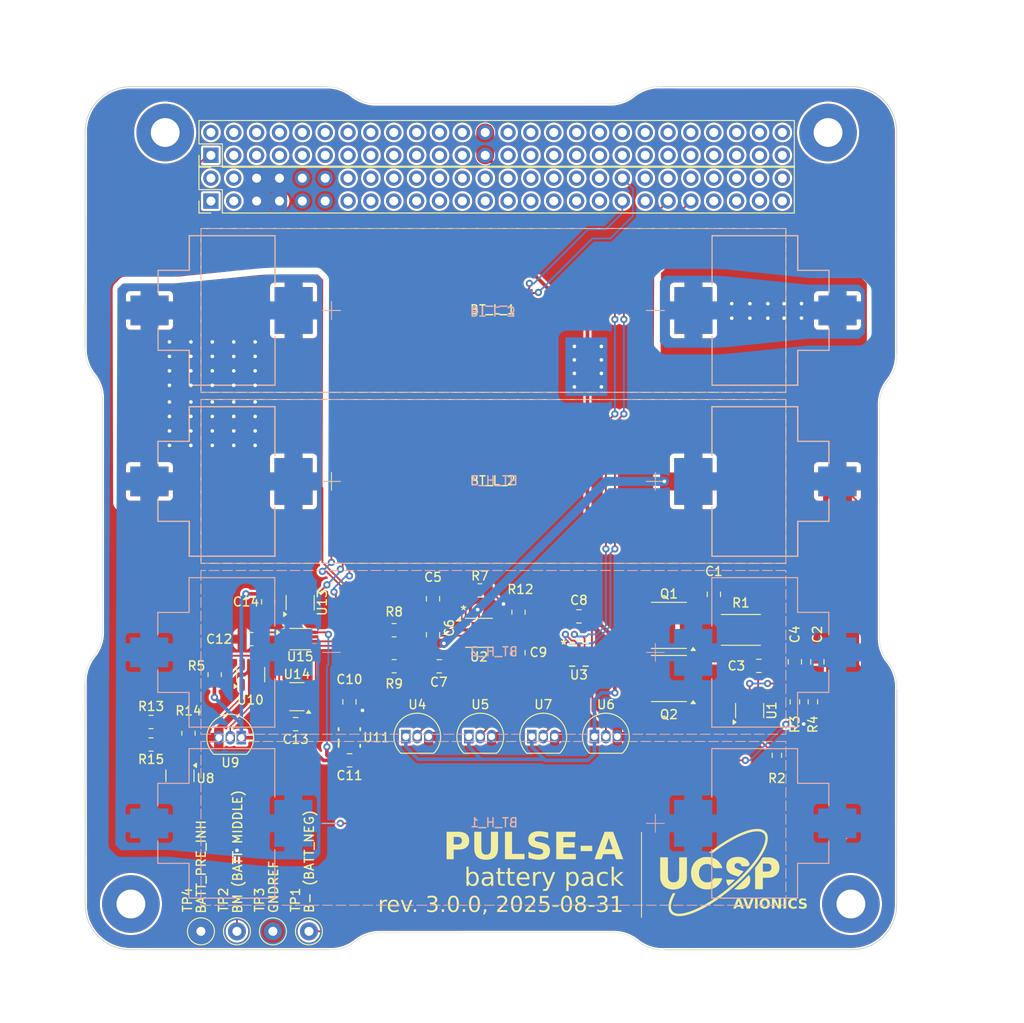
<source format=kicad_pcb>
(kicad_pcb (version 20241229) (generator "pcbnew") (generator_version "9.0")
  (layers (0 "F.Cu" signal) (2 "B.Cu" signal) (13 "F.Paste" user) (15 "B.Paste" user) (5 "F.SilkS" user "F.Silkscreen") (7 "B.SilkS" user "B.Silkscreen") (1 "F.Mask" user) (3 "B.Mask" user) (25 "Edge.Cuts" user))
  (net 0 "")
  (net 1 "Net-(C1-Pad1)")
  (net 2 "BATT_PRE_INH")
  (net 3 "/VDD")
  (net 4 "/B-")
  (net 5 "Net-(Q1-D-Pad5)")
  (net 6 "Net-(Q1-G)")
  (net 7 "Net-(Q2-G)")
  (net 8 "GNDREF")
  (net 9 "/BM")
  (net 11 "Net-(U1-V-)")
  (net 13 "Net-(U1-VC)")
  (net 14 "Net-(U2-VC2)")
  (net 21 "Net-(U2-VC1)")
  (net 28 "/I2C1_SDA")
  (net 36 "/I2C1_SCL")
  (net 97 "KAPTON_EN")
  (net 102 "KAPTON_OBC_EN")
  (net 105 "+5V")
  (net 107 "KAPTON_SEL")
  (net 108 "/Heater Control/COMP_OUT")
  (net 109 "+5VA")
  (net 110 "Net-(U2-CD)")
  (net 111 "Net-(U2-VC1_CB)")
  (net 113 "Net-(U2-VDD)")
  (net 115 "Net-(U3-AIN3)")
  (net 116 "Net-(U3-AIN1)")
  (net 117 "Net-(U3-AIN2)")
  (net 118 "Net-(U3-AIN0)")
  (net 120 "Net-(U8-K)")
  (net 121 "Net-(U10--)")
  (net 122 "/Heater Control/COMP_REF")
  (net 124 "Net-(U13-Pad1)")
  (net 125 "Net-(U13-Pad2)")
  (net 126 "Net-(U14-Pad4)")
  (footprint "Package_TO_SOT_THT:TO-92_Inline" (layer "F.Cu") (at 114.485604 121.974396)
    (property "Reference" "U9")
    (property "Value" "TMP36xS")
  )
  (footprint "MountingHole:MountingHole_3.2mm_M3_Pad_TopBottom" (layer "F.Cu") (at 108.5278 54.731)
    (property "Reference" "H1" (hide yes))
    (property "Value" "MountingHole" (hide yes))
  )
  (footprint "Package_SO:VSSOP-8_2.3x2mm_P0.5mm" (layer "F.Cu") (at 123.525604 111.024396)
    (property "Reference" "U15")
    (property "Value" "74LVC2G08")
  )
  (footprint "Resistor_SMD:R_0805_2012Metric" (layer "F.Cu") (at 133.9674 114.037601)
    (property "Reference" "R9")
    (property "Value" "100")
  )
  (footprint "Capacitor_SMD:C_0805_2012Metric" (layer "F.Cu") (at 138.984019 114.048413 180)
    (property "Reference" "C7")
    (property "Value" "0.33uF")
  )
  (footprint "Capacitor_SMD:C_0805_2012Metric" (layer "F.Cu") (at 181 113.55 -90)
    (property "Reference" "C2")
    (property "Value" "0.1uF")
  )
  (footprint "Resistor_SMD:R_0603_1608Metric" (layer "F.Cu") (at 180.5 118 90)
    (property "Reference" "R4")
    (property "Value" "330")
  )
  (footprint "Capacitor_SMD:C_0805_2012Metric" (layer "F.Cu") (at 178.5 113.55 -90)
    (property "Reference" "C4")
    (property "Value" "0.1uF")
  )
  (footprint "Capacitor_SMD:C_0805_2012Metric" (layer "F.Cu") (at 154.5 108.5 180)
    (property "Reference" "C8")
    (property "Value" "0.1uF")
  )
  (footprint "Package_TO_SOT_SMD:SOT-23-6" (layer "F.Cu") (at 173.475 118.96 90)
    (property "Reference" "U1")
    (property "Value" "R5460N210AD1")
  )
  (footprint "MountingHole:MountingHole_3.2mm_M3_Pad_TopBottom" (layer "F.Cu") (at 184.7278 140.461)
    (property "Reference" "H3" (hide yes))
    (property "Value" "MountingHole" (hide yes))
  )
  (footprint "Package_TO_SOT_SMD:SOT-23-5" (layer "F.Cu") (at 123.163104 117.424396 180)
    (property "Reference" "U14")
    (property "Value" "74AHC1G04")
  )
  (footprint "TestPoint:TestPoint_Loop_D1.80mm_Drill1.0mm_Beaded" (layer "F.Cu") (at 116.5 143.5 90)
    (property "Reference" "TP2")
    (property "Value" "TestPoint")
  )
  (footprint "Capacitor_SMD:C_0805_2012Metric" (layer "F.Cu") (at 123.025604 120.474396 180)
    (property "Reference" "C13")
    (property "Value" "0.1uF")
  )
  (footprint "TestPoint:TestPoint_Loop_D1.80mm_Drill1.0mm_Beaded" (layer "F.Cu") (at 124.5 143.5 90)
    (property "Reference" "TP1")
    (property "Value" "TestPoint")
  )
  (footprint "Capacitor_SMD:C_0805_2012Metric" (layer "F.Cu") (at 129 118 90)
    (property "Reference" "C10")
    (property "Value" "1uF")
  )
  (footprint "TestPoint:TestPoint_Loop_D1.80mm_Drill1.0mm_Beaded" (layer "F.Cu") (at 112.5 143.5 90)
    (property "Reference" "TP4")
    (property "Value" "TestPoint")
  )
  (footprint "Resistor_SMD:R_0805_2012Metric" (layer "F.Cu") (at 106.957398 122.737364 180)
    (property "Reference" "R15")
    (property "Value" "1.5k")
  )
  (footprint "Resistor_SMD:R_0805_2012Metric" (layer "F.Cu") (at 114.025604 114.974396 90)
    (property "Reference" "R5")
    (property "Value" ">47k")
  )
  (footprint "MountingHole:MountingHole_3.2mm_M3_Pad_TopBottom" (layer "F.Cu") (at 104.7178 140.461)
    (property "Reference" "H4" (hide yes))
    (property "Value" "MountingHole" (hide yes))
  )
  (footprint "BattBrdFtPrts:DRV0006A_NV" (layer "F.Cu") (at 129 121.961895 90)
    (property "Reference" "U11")
    (property "Value" "TPS7A2601DRVR")
  )
  (footprint "Resistor_SMD:R_0603_1608Metric" (layer "F.Cu") (at 176.5 123.95 -90)
    (property "Reference" "R2")
    (property "Value" "1K")
  )
  (footprint "Package_TO_SOT_SMD:SOT-23-5" (layer "F.Cu") (at 118.025604 114.974396 90)
    (property "Reference" "U10")
    (property "Value" "LMV331")
  )
  (footprint "Package_TO_SOT_THT:TO-92_Inline" (layer "F.Cu") (at 149.27 121.86)
    (property "Reference" "U7")
    (property "Value" "LM35-LP")
  )
  (footprint "Package_SO:SOIC-8_3.9x4.9mm_P1.27mm" (layer "F.Cu") (at 164.5 115.405 180)
    (property "Reference" "Q2")
    (property "Value" "IRF7458")
  )
  (footprint "BattBrdFtPrts:RUG10_TEX" (layer "F.Cu") (at 154.5 112.75)
    (property "Reference" "U3")
    (property "Value" "TLA2024IRUGR")
  )
  (footprint "Resistor_SMD:R_0805_2012Metric" (layer "F.Cu") (at 106.957398 120.237364 180)
    (property "Reference" "R13")
    (property "Value" "10k")
  )
  (footprint "Resistor_SMD:R_2512_6332Metric" (layer "F.Cu") (at 172.5 110 180)
    (property "Reference" "R1")
    (property "Value" "0.01")
  )
  (footprint "Connector_PinHeader_2.54mm:PinHeader_2x26_P2.54mm_Vertical" (layer "F.Cu") (at 113.6078 62.346 90)
    (property "Reference" "J1" (hide yes))
    (property "Value" "Conn_02x26_Odd_Even" (hide yes))
  )
  (footprint "BattBrdFtPrts:BAT_254_1" (layer "F.Cu") (at 145 93.5)
    (property "Reference" "BT_L_2")
    (property "Value" "54")
  )
  (footprint "Resistor_SMD:R_0805_2012Metric" (layer "F.Cu") (at 147.7874 108.037601 -90)
    (property "Reference" "R12")
    (property "Value" "100")
  )
  (footprint "LOGO" (layer "F.Cu") (at 169.956777 137)
    (property "Reference" "G***" (hide yes))
    (property "Value" "LOGO" (hide yes))
  )
  (footprint "Package_TO_SOT_THT:TO-92_Inline" (layer "F.Cu") (at 135.27 121.86)
    (property "Reference" "U4")
    (property "Value" "LM35-LP")
  )
  (footprint "Capacitor_SMD:C_0805_2012Metric" (layer "F.Cu") (at 138.2874 110.537601 -90)
    (property "Reference" "C6")
    (property "Value" "0.1uF")
  )
  (footprint "Package_TO_SOT_THT:TO-92_Inline" (layer "F.Cu") (at 142.27 121.86)
    (property "Reference" "U5")
    (property "Value" "LM35-LP")
  )
  (footprint "Resistor_SMD:R_0805_2012Metric" (layer "F.Cu") (at 111.114133 121.488104 90)
    (property "Reference" "R14")
    (property "Value" "31.6k")
  )
  (footprint "Capacitor_SMD:C_0805_2012Metric" (layer "F.Cu") (at 169.5 106.05 90)
    (property "Reference" "C1")
    (property "Value" "0.1uF")
  )
  (footprint "Package_TO_SOT_SMD:SOT-23-5" (layer "F.Cu") (at 123.525604 106.974396 90)
    (property "Reference" "U13")
    (property "Value" "74AHC1G32")
  )
  (footprint "Package_TO_SOT_SMD:SOT-23" (layer "F.Cu") (at 110.16848 126.220279 -90)
    (property "Reference" "U8")
    (property "Value" "LM4040DBZ-2.5")
  )
  (footprint "Capacitor_SMD:C_0805_2012Metric" (layer "F.Cu") (at 129.024396 124.5)
    (property "Reference" "C11")
    (property "Value" "2.2uF")
  )
  (footprint "Capacitor_SMD:C_0805_2012Metric" (layer "F.Cu") (at 147.7874 112.537601 -90)
    (property "Reference" "C9")
    (property "Value" "0.1uF")
  )
  (footprint "TestPoint:TestPoint_Loop_D1.80mm_Drill1.0mm_Beaded" (layer "F.Cu") (at 120.5 143.5 90)
    (property "Reference" "TP3")
    (property "Value" "TestPoint")
  )
  (footprint "Resistor_SMD:R_0805_2012Metric" (layer "F.Cu") (at 133.9674 110.037601)
    (property "Reference" "R8")
    (property "Value" "260")
  )
  (footprint "Package_SO:SOIC-8_3.9x4.9mm_P1.27mm" (layer "F.Cu") (at 164.5 109.5 180)
    (property "Reference" "Q1")
    (property "Value" "IRF7458")
  )
  (footprint "Resistor_SMD:R_0805_2012Metric" (layer "F.Cu") (at 143.5 105.612401 180)
    (property "Reference" "R7")
    (property "Value" "160")
  )
  (footprint "Connector_PinHeader_2.54mm:PinHeader_2x26_P2.54mm_Vertical" (layer "F.Cu") (at 113.6078 57.266 90)
    (property "Reference" "J2" (hide yes))
    (property "Value" "Conn_02x26_Odd_Even" (hide yes))
  )
  (footprint "Capacitor_SMD:C_0805_2012Metric" (layer "F.Cu") (at 138.2874 106.537601 -90)
    (property "Reference" "C5")
    (property "Value" "0.1uF")
  )
  (footprint "Package_TO_SOT_THT:TO-92_Inline" (layer "F.Cu") (at 156.23 121.86)
    (property "Reference" "U6")
    (property "Value" "LM35-LP")
  )
  (footprint "Package_SON:VSON-8-1EP_3x3mm_P0.65mm_EP1.65x2.4mm" (layer "F.Cu") (at 143.3937 110.325001)
    (property "Reference" "U2")
    (property "Value" "BQ29200DRBR")
  )
  (footprint "Resistor_SMD:R_0603_1608Metric" (layer "F.Cu") (at 178.5 118 90)
    (property "Reference" "R3")
    (property "Value" "330")
  )
  (footprint "BattBrdFtPrts:BAT_254_1" (layer "F.Cu") (at 145 74.5)
    (property "Reference" "BT_L_1")
    (property "Value" "54")
  )
  (footprint "MountingHole:MountingHole_3.2mm_M3_Pad_TopBottom" (layer "F.Cu") (at 182.1878 54.731)
    (property "Reference" "H2" (hide yes))
    (property "Value" "MountingHole" (hide yes))
  )
  (footprint "Capacitor_SMD:C_0805_2012Metric" (layer "F.Cu") (at 119.975604 106.886896 -90)
    (property "Reference" "C14")
    (property "Value" "0.1uF")
  )
  (footprint "Capacitor_SMD:C_0805_2012Metric" (layer "F.Cu") (at 118.025604 111.024396 180)
    (property "Reference" "C12")
    (property "Value" "15pF")
  )
  (footprint "Capacitor_SMD:C_0805_2012Metric" (layer "F.Cu") (at 174.5 114 180)
    (property "Reference" "C3")
    (property "Value" "0.1uF")
  )
  (footprint "BattBrdFtPrts:BAT_254_1" (layer "B.Cu") (at 145 131.5 180)
    (property "Reference" "BT_H_1")
    (property "Value" "54")
  )
  (footprint "BattBrdFtPrts:BAT_254_1" (layer "B.Cu") (at 145 112.5 180)
    (property "Reference" "BT_H_2")
    (property "Value" "54")
  )
  (footprint "BattBrdFtPrts:BAT_254_1" (layer "B.Cu") (at 145 93.5 180)
    (property "Reference" "BT_H_3")
    (property "Value" "54")
  )
  (footprint "BattBrdFtPrts:BAT_254_1" (layer "B.Cu") (at 145 74.5)
    (property "Reference" "BT_L_3")
    (property "Value" "54")
  )
  (gr_line (start 161.452996 132.5) (end 161.452996 141.957664) (stroke (width 0.1)) (layer "F.SilkS"))
  (gr_arc (start 188.703007 113.377496) (mid 189.575395 114.893061) (end 189.825295 116.623834) (stroke (width 0.05)) (layer "Edge.Cuts"))
  (gr_arc (start 164.070634 145.553495) (mid 162.339857 145.303622) (end 160.824296 144.431207) (stroke (width 0.05)) (layer "Edge.Cuts"))
  (gr_line (start 189.8078 54.646) (end 189.818004 79.229045) (stroke (width 0.1)) (layer "Edge.Cuts"))
  (gr_line (start 99.6378 140.536) (end 99.620305 115.988834) (stroke (width 0.1)) (layer "Edge.Cuts"))
  (gr_arc (start 129.89559 144.425492) (mid 128.39256 145.292796) (end 126.675845 145.546204) (stroke (width 0.05)) (layer "Edge.Cuts"))
  (gr_arc (start 187.903756 84.944188) (mid 188.108977 83.631731) (end 188.704919 82.444503) (stroke (width 0.05)) (layer "Edge.Cuts"))
  (gr_arc (start 160.411506 50.758743) (mid 161.927068 49.886343) (end 163.657844 49.636455) (stroke (width 0.05)) (layer "Edge.Cuts"))
  (gr_line (start 157.911821 51.559906) (end 131.978198 51.557994) (stroke (width 0.05)) (layer "Edge.Cuts"))
  (gr_arc (start 104.6378 145.536) (mid 101.1023 144.07152) (end 99.6378 140.536) (stroke (width 0.1)) (layer "Edge.Cuts"))
  (gr_arc (start 101.543756 110.242811) (mid 101.338532 111.555268) (end 100.742593 112.742496) (stroke (width 0.05)) (layer "Edge.Cuts"))
  (gr_line (start 163.657844 49.636455) (end 184.8078 49.646) (stroke (width 0.1)) (layer "Edge.Cuts"))
  (gr_line (start 126.675845 145.546204) (end 104.6378 145.536) (stroke (width 0.1)) (layer "Edge.Cuts"))
  (gr_arc (start 160.411506 50.758743) (mid 159.224274 51.354678) (end 157.911821 51.559906) (stroke (width 0.05)) (layer "Edge.Cuts"))
  (gr_line (start 104.6378 49.646) (end 126.263055 49.643746) (stroke (width 0.1)) (layer "Edge.Cuts"))
  (gr_line (start 101.543756 110.242811) (end 101.541844 84.309188) (stroke (width 0.05)) (layer "Edge.Cuts"))
  (gr_arc (start 189.818004 79.229045) (mid 189.564612 80.945766) (end 188.697292 82.44879) (stroke (width 0.05)) (layer "Edge.Cuts"))
  (gr_arc (start 126.263055 49.643746) (mid 127.979775 49.89714) (end 129.4828 50.764458) (stroke (width 0.05)) (layer "Edge.Cuts"))
  (gr_line (start 184.8078 145.536) (end 164.070634 145.553495) (stroke (width 0.1)) (layer "Edge.Cuts"))
  (gr_arc (start 129.891303 144.433119) (mid 131.078545 143.837223) (end 132.390988 143.631956) (stroke (width 0.05)) (layer "Edge.Cuts"))
  (gr_arc (start 99.6378 54.646) (mid 101.102276 51.110476) (end 104.6378 49.646) (stroke (width 0.1)) (layer "Edge.Cuts"))
  (gr_arc (start 188.703007 113.377496) (mid 188.107091 112.190261) (end 187.901844 110.877811) (stroke (width 0.05)) (layer "Edge.Cuts"))
  (gr_line (start 158.324611 143.630044) (end 132.390988 143.631956) (stroke (width 0.05)) (layer "Edge.Cuts"))
  (gr_arc (start 131.978198 51.557994) (mid 130.66575 51.352744) (end 129.478513 50.756831) (stroke (width 0.05)) (layer "Edge.Cuts"))
  (gr_arc (start 100.748308 81.81379) (mid 99.881016 80.310758) (end 99.627596 78.594045) (stroke (width 0.05)) (layer "Edge.Cuts"))
  (gr_line (start 189.825295 116.623834) (end 189.8078 140.536) (stroke (width 0.1)) (layer "Edge.Cuts"))
  (gr_arc (start 189.8078 140.536) (mid 188.343344 144.071544) (end 184.8078 145.536) (stroke (width 0.1)) (layer "Edge.Cuts"))
  (gr_arc (start 100.740681 81.809503) (mid 101.336572 82.996745) (end 101.541844 84.309188) (stroke (width 0.05)) (layer "Edge.Cuts"))
  (gr_line (start 187.901844 110.877811) (end 187.903756 84.944188) (stroke (width 0.05)) (layer "Edge.Cuts"))
  (gr_arc (start 158.324611 143.630044) (mid 159.63707 143.835265) (end 160.824296 144.431207) (stroke (width 0.05)) (layer "Edge.Cuts"))
  (gr_arc (start 99.620305 115.988834) (mid 99.870175 114.258054) (end 100.742593 112.742496) (stroke (width 0.05)) (layer "Edge.Cuts"))
  (gr_arc (start 184.8078 49.646) (mid 188.343368 51.110452) (end 189.8078 54.646) (stroke (width 0.1)) (layer "Edge.Cuts"))
  (gr_line (start 99.627596 78.594045) (end 99.6378 54.646) (stroke (width 0.1)) (layer "Edge.Cuts"))
  (gr_text "BM (BATT MIDDLE)" (at 117.159104 141.611851 90) (layer "F.SilkS") (effects (font (size 1 1) (thickness 0.16)) (justify left bottom)))
  (gr_text "GNDREF\n" (at 121.149913 141.576831 90) (layer "F.SilkS") (effects (font (size 1 1) (thickness 0.16)) (justify left bottom)))
  (gr_text "PULSE-A" (at 159.456777 136 0) (layer "F.SilkS") (effects (font (size 3 3) (thickness 0.1)) (justify right bottom)))
  (gr_text "AVIONICS" (at 171.651506 141.164951 0) (layer "F.SilkS") (effects (font (size 1.1 1.1) (thickness 0.25) (bold yes) (italic yes)) (justify left bottom)))
  (gr_text "rev. 3.0.0, 2025-08-31" (at 159.456777 141.643573 0) (layer "F.SilkS") (effects (font (size 1.75 1.75) (thickness 0.1875)) (justify right bottom)))
  (gr_text "BATT_PRE_INH" (at 113.110532 141.627187 90) (layer "F.SilkS") (effects (font (size 1 1) (thickness 0.16)) (justify left bottom)))
  (gr_text "B- (BATT_NEG)" (at 125.120762 141.55571 90) (layer "F.SilkS") (effects (font (size 1 1) (thickness 0.16)) (justify left bottom)))
  (gr_text "battery pack" (at 159.500114 138.774189 0) (layer "F.SilkS") (effects (font (size 2 2) (thickness 0.1)) (justify right bottom)))
  (segment (start 169.5375 107.0375) (end 169.5375 110) (width 1) (layer "F.Cu") (net 1))
  (segment (start 169.5 107) (end 169.5375 107.0375) (width 1) (layer "F.Cu") (net 1))
  (segment (start 180.5 119.435) (end 179.475 120.46) (width 0.2) (layer "F.Cu") (net 2))
  (segment (start 129 120) (end 129 118.95) (width 0.4) (layer "F.Cu") (net 2))
  (segment (start 128.349999 120.650001) (end 128.349999 120.986896) (width 0.25) (layer "F.Cu") (net 2))
  (segment (start 146.125101 107.125101) (end 147.7874 107.125101) (width 0.2) (layer "F.Cu") (net 2))
  (segment (start 146.125101 107.125101) (end 144.612401 105.612401) (width 0.2) (layer "F.Cu") (net 2))
  (segment (start 129 120) (end 128.349999 120.650001) (width 0.25) (layer "F.Cu") (net 2))
  (segment (start 130.45 118.95) (end 129 118.95) (width 0.4) (layer "F.Cu") (net 2))
  (segment (start 129 120) (end 129.649999 120.649999) (width 0.25) (layer "F.Cu") (net 2))
  (segment (start 144.612401 105.612401) (end 144.4125 105.612401) (width 0.2) (layer "F.Cu") (net 2))
  (segment (start 129.649999 120.649999) (end 129.649999 120.986896) (width 0.25) (layer "F.Cu") (net 2))
  (segment (start 180.5 118.825) (end 180.5 119.435) (width 0.2) (layer "F.Cu") (net 2))
  (via (at 146.125101 107.125101) (size 0.8) (drill 0.4) (layers "F.Cu" "B.Cu") (net 2))
  (via (at 130.45 118.95) (size 0.8) (drill 0.4) (layers "F.Cu" "B.Cu") (net 2))
  (via (at 179.475 120.46) (size 0.8) (drill 0.4) (layers "F.Cu" "B.Cu") (net 2))
  (segment (start 180.5 116.5) (end 180.5 117.175) (width 0.2) (layer "F.Cu") (net 3))
  (segment (start 175.475 115.96) (end 177.04 115.96) (width 0.2) (layer "F.Cu") (net 3))
  (segment (start 178.5 114.5) (end 180.5 116.5) (width 0.2) (layer "F.Cu") (net 3))
  (segment (start 177.04 115.96) (end 178.5 114.5) (width 0.2) (layer "F.Cu") (net 3))
  (segment (start 173.475 115.96) (end 173.475 117.8225) (width 0.2) (layer "F.Cu") (net 3))
  (via (at 173.475 115.96) (size 0.8) (drill 0.4) (layers "F.Cu" "B.Cu") (net 3))
  (via (at 175.475 115.96) (size 0.8) (drill 0.4) (layers "F.Cu" "B.Cu") (net 3))
  (segment (start 173.475 115.96) (end 175.475 115.96) (width 0.2) (layer "B.Cu") (net 3))
  (segment (start 172.525 117.8225) (end 172.525 112.9375) (width 0.2) (layer "F.Cu") (net 4))
  (segment (start 129.5 141.5) (end 175.5 141.5) (width 0.2) (layer "F.Cu") (net 4))
  (segment (start 144.112401 110.650002) (end 143.7874 110.325001) (width 0.4) (layer "F.Cu") (net 4))
  (segment (start 175.4625 114.4875) (end 175.45 114.5) (width 0.2) (layer "F.Cu") (net 4))
  (segment (start 143.974999 111.3) (end 143.7874 111.112401) (width 0.4) (layer "F.Cu") (net 4))
  (segment (start 139.5 111.5) (end 139.487601 111.487601) (width 1) (layer "F.Cu") (net 4))
  (segment (start 138.2874 112.325001) (end 138 112.612401) (width 0.4) (layer "F.Cu") (net 4))
  (segment (start 143.3937 107.8937) (end 143.25 107.75) (width 0.16) (layer "F.Cu") (net 4))
  (segment (start 143.3937 110.325001) (end 143.3937 107.8937) (width 0.2) (layer "F.Cu") (net 4))
  (segment (start 175.5 141.5) (end 187.5 129.5) (width 0.2) (layer "F.Cu") (net 4))
  (segment (start 181 112.6) (end 178.5 112.6) (width 0.2) (layer "F.Cu") (net 4))
  (segment (start 187.5 129.5) (end 187.5 115.232426) (width 0.2) (layer "F.Cu") (net 4))
  (segment (start 147.7874 113.487601) (end 147.056302 113.487601) (width 0.2) (layer "F.Cu") (net 4))
  (segment (start 187.5 115.232426) (end 186 113.732426) (width 0.2) (layer "F.Cu") (net 4))
  (segment (start 178.5 112.6) (end 178.5 110) (width 0.2) (layer "F.Cu") (net 4))
  (segment (start 127.5 143.5) (end 129.5 141.5) (width 0.2) (layer "F.Cu") (net 4))
  (segment (start 144.868701 110.650002) (end 144.112401 110.650002) (width 0.4) (layer "F.Cu") (net 4))
  (segment (start 144.868701 111.3) (end 143.974999 111.3) (width 0.4) (layer "F.Cu") (net 4))
  (segment (start 144.868701 111.3) (end 144.759888 111.3) (width 0.2) (layer "F.Cu") (net 4))
  (segment (start 164 93.5) (end 167.226093 93.5) (width 1) (layer "F.Cu") (net 4))
  (segment (start 181 110) (end 178.5 110) (width 3.2) (layer "F.Cu") (net 4))
  (segment (start 147.056302 113.487601) (end 144.868701 111.3) (width 0.2) (layer "F.Cu") (net 4))
  (segment (start 186 96.263907) (end 183.238669 93.502576) (width 0.2) (layer "F.Cu") (net 4))
  (segment (start 178.5 110) (end 175.4625 110) (width 3.2) (layer "F.Cu") (net 4))
  (segment (start 183.238669 93.502576) (end 183.238669 107.761331) (width 3.2) (layer "F.Cu") (net 4))
  (segment (start 139.487601 111.487601) (end 138.2874 111.487601) (width 1) (layer "F.Cu") (net 4))
  (segment (start 138 112.612401) (end 138.034019 112.64642) (width 0.4) (layer "F.Cu") (net 4))
  (segment (start 124.5 143.5) (end 127.5 143.5) (width 0.2) (layer "F.Cu") (net 4))
  (segment (start 167.226093 93.5) (end 167.228669 93.502576) (width 1) (layer "F.Cu") (net 4))
  (segment (start 138.2874 111.487601) (end 138.2874 112.325001) (width 0.4) (layer "F.Cu") (net 4))
  (segment (start 175.4625 110) (end 175.4625 114.4875) (width 0.2) (layer "F.Cu") (net 4))
  (segment (start 138.034019 112.64642) (end 138.034019 114.048413) (width 0.4) (layer "F.Cu") (net 4))
  (segment (start 172.525 112.9375) (end 175.4625 110) (width 0.2) (layer "F.Cu") (net 4))
  (segment (start 183.238669 107.761331) (end 181 110) (width 3.2) (layer "F.Cu") (net 4))
  (segment (start 186 113.732426) (end 186 96.263907) (width 0.2) (layer "F.Cu") (net 4))
  (segment (start 181 112.6) (end 181 110) (width 0.2) (layer "F.Cu") (net 4))
  (via (at 139.5 111.5) (size 0.8) (drill 0.4) (layers "F.Cu" "B.Cu") (net 4))
  (via (at 177.297474 75.36008) (size 0.8) (drill 0.4) (layers "F.Cu" "B.Cu") (net 4))
  (via (at 173.5 73.753231) (size 0.8) (drill 0.4) (layers "F.Cu" "B.Cu") (net 4))
  (via (at 179.234143 73.742605) (size 0.8) (drill 0.4) (layers "F.Cu" "B.Cu") (net 4))
  (via (at 177.297474 73.751414) (size 0.8) (drill 0.4) (layers "F.Cu" "B.Cu") (net 4))
  (via (at 175.5 75.361897) (size 0.8) (drill 0.4) (layers "F.Cu" "B.Cu") (net 4))
  (via (at 175.5 73.753231) (size 0.8) (drill 0.4) (layers "F.Cu" "B.Cu") (net 4))
  (via (at 171.482173 75.361897) (size 0.8) (drill 0.4) (layers "F.Cu" "B.Cu") (net 4))
  (via (at 164 93.5) (size 0.8) (drill 0.4) (layers "F.Cu" "B.Cu") (net 4))
  (via (at 173.5 75.361897) (size 0.8) (drill 0.4) (layers "F.Cu" "B.Cu") (net 4))
  (via (at 179.234143 75.351271) (size 0.8) (drill 0.4) (layers "F.Cu" "B.Cu") (net 4))
  (via (at 171.482173 73.753231) (size 0.8) (drill 0.4) (layers "F.Cu" "B.Cu") (net 4))
  (via (at 143.25 107.75) (size 0.8) (drill 0.4) (layers "F.Cu" "B.Cu") (net 4))
  (segment (start 142.25 108.75) (end 142.75 108.25) (width 1) (layer "B.Cu") (net 4))
  (segment (start 157.5 93.5) (end 164 93.5) (width 1) (layer "B.Cu") (net 4))
  (segment (start 143.25 107.75) (end 157.5 93.5) (width 1) (layer "B.Cu") (net 4))
  (segment (start 142.75 108.25) (end 143.25 107.75) (width 1) (layer "B.Cu") (net 4))
  (segment (start 139.5 111.5) (end 142.25 108.75) (width 1) (layer "B.Cu") (net 4))
  (segment (start 171.5 107.48884) (end 170.01116 106) (width 0.2) (layer "F.Cu") (net 6))
  (segment (start 168 106) (end 166.975 107.025) (width 0.2) (layer "F.Cu") (net 6))
  (segment (start 166.975 107.025) (end 166.975 107.595) (width 0.2) (layer "F.Cu") (net 6))
  (segment (start 172.525 120.0975) (end 171.5 119.0725) (width 0.2) (layer "F.Cu") (net 6))
  (segment (start 171.5 119.0725) (end 171.5 107.48884) (width 0.2) (layer "F.Cu") (net 6))
  (segment (start 170.01116 106) (end 168 106) (width 0.2) (layer "F.Cu") (net 6))
  (segment (start 172.184032 121.061) (end 171 119.876968) (width 0.2) (layer "F.Cu") (net 7))
  (segment (start 173.475 120.0975) (end 173.475 120.451968) (width 0.2) (layer "F.Cu") (net 7))
  (segment (start 171 114.5) (end 170 113.5) (width 0.2) (layer "F.Cu") (net 7))
  (segment (start 173.475 120.451968) (end 172.865968 121.061) (width 0.2) (layer "F.Cu") (net 7))
  (segment (start 170 113.5) (end 166.975 113.5) (width 0.2) (layer "F.Cu") (net 7))
  (segment (start 171 119.876968) (end 171 114.5) (width 0.2) (layer "F.Cu") (net 7))
  (segment (start 172.865968 121.061) (end 172.184032 121.061) (width 0.2) (layer "F.Cu") (net 7))
  (segment (start 123.638105 116.474396) (end 123.237104 116.875397) (width 0.4) (layer "F.Cu") (net 8))
  (segment (start 129 120.986896) (end 129 121.961895) (width 0.16) (layer "F.Cu") (net 8))
  (segment (start 153 113) (end 153.865 113) (width 0.2) (layer "F.Cu") (net 8))
  (segment (start 153 112) (end 153 113) (width 0.2) (layer "F.Cu") (net 8))
  (segment (start 124.300604 116.474396) (end 123.638105 116.474396) (width 0.4) (layer "F.Cu") (net 8))
  (segment (start 122.125604 111.774396) (end 124.300604 113.949396) (width 0.2) (layer "F.Cu") (net 8))
  (segment (start 117.075604 110.736896) (end 117.075604 111.024396) (width 0.2) (layer "F.Cu") (net 8))
  (segment (start 123.5 106.473793) (end 123.5 104.5) (width 0.2) (layer "F.Cu") (net 8))
  (segment (start 124.300604 113.949396) (end 124.300604 116.474396) (width 0.2) (layer "F.Cu") (net 8))
  (segment (start 124.475604 107.449397) (end 123.5 106.473793) (width 0.2) (layer "F.Cu") (net 8))
  (segment (start 123.237104 119.735896) (end 123.975604 120.474396) (width 0.4) (layer "F.Cu") (net 8))
  (segment (start 124.475604 108.111896) (end 124.475604 107.449397) (width 0.2) (layer "F.Cu") (net 8))
  (segment (start 153.865 111.999999) (end 153 112) (width 0.2) (layer "F.Cu") (net 8))
  (segment (start 123.237104 116.875397) (end 123.237104 119.735896) (width 0.4) (layer "F.Cu") (net 8))
  (via (at 154 81.5) (size 0.8) (drill 0.4) (layers "F.Cu" "B.Cu") (net 8))
  (via (at 157 83) (size 0.8) (drill 0.4) (layers "F.Cu" "B.Cu") (net 8))
  (via (at 154 80) (size 0.8) (drill 0.4) (layers "F.Cu" "B.Cu") (net 8))
  (via (at 157 81.5) (size 0.8) (drill 0.4) (layers "F.Cu" "B.Cu") (net 8))
  (via (at 157 78.5) (size 0.8) (drill 0.4) (layers "F.Cu" "B.Cu") (net 8))
  (via (at 154 78.5) (size 0.8) (drill 0.4) (layers "F.Cu" "B.Cu") (net 8))
  (via (at 154 83) (size 0.8) (drill 0.4) (layers "F.Cu" "B.Cu") (net 8))
  (via (at 157 80) (size 0.8) (drill 0.4) (layers "F.Cu" "B.Cu") (net 8))
  (segment (start 133.0549 109.5549) (end 126 102.5) (width 0.2) (layer "F.Cu") (net 9))
  (segment (start 178.5 118.825) (end 178.5 119.5) (width 0.2) (layer "F.Cu") (net 9))
  (segment (start 157.997424 131.502576) (end 165 124.5) (width 0.2) (layer "F.Cu") (net 9))
  (segment (start 125.249583 93.5) (end 122.796357 93.5) (width 0.2) (layer "F.Cu") (net 9))
  (segment (start 126 102.5) (end 126 94.250417) (width 0.2) (layer "F.Cu") (net 9))
  (segment (start 116.5 143.5) (end 116.5 134.5) (width 0.2) (layer "F.Cu") (net 9))
  (segment (start 165 124.5) (end 173 124.5) (width 0.2) (layer "F.Cu") (net 9))
  (segment (start 128 131.5) (end 129.5 131.5) (width 0.2) (layer "F.Cu") (net 9))
  (segment (start 129.502576 131.502576) (end 157.997424 131.502576) (width 0.2) (layer "F.Cu") (net 9))
  (segment (start 133.0549 110.037601) (end 133.0549 109.5549) (width 0.2) (layer "F.Cu") (net 9))
  (segment (start 126 94.250417) (end 125.249583 93.5) (width 0.2) (layer "F.Cu") (net 9))
  (segment (start 129.5 131.5) (end 129.502576 131.502576) (width 0.2) (layer "F.Cu") (net 9))
  (segment (start 133.0549 114.037601) (end 133.0549 110.037601) (width 0.2) (layer "F.Cu") (net 9))
  (segment (start 178.5 119.5) (end 177.5 120.5) (width 0.2) (layer "F.Cu") (net 9))
  (via (at 109 87.891332) (size 0.8) (drill 0.4) (layers "F.Cu" "B.Cu") (net 9))
  (via (at 109 89.5) (size 0.8) (drill 0.4) (layers "F.Cu" "B.Cu") (net 9))
  (via (at 111.38125 81.217332) (size 0.8) (drill 0.4) (layers "F.Cu" "B.Cu") (net 9))
  (via (at 113.7625 84.674) (size 0.8) (drill 0.4) (layers "F.Cu" "B.Cu") (net 9))
  (via (at 109 82.826) (size 0.8) (drill 0.4) (layers "F.Cu" "B.Cu") (net 9))
  (via (at 116.14375 81.217332) (size 0.8) (drill 0.4) (layers "F.Cu" "B.Cu") (net 9))
  (via (at 111.38125 87.891332) (size 0.8) (drill 0.4) (layers "F.Cu" "B.Cu") (net 9))
  (via (at 111.38125 86.282666) (size 0.8) (drill 0.4) (layers "F.Cu" "B.Cu") (net 9))
  (via (at 109 81.217332) (size 0.8) (drill 0.4) (layers "F.Cu" "B.Cu") (net 9))
  (via (at 116.14375 84.674) (size 0.8) (drill 0.4) (layers "F.Cu" "B.Cu") (net 9))
  (via (at 109 78) (size 0.8) (drill 0.4) (layers "F.Cu" "B.Cu") (net 9))
  (via (at 118.525 86.282666) (size 0.8) (drill 0.4) (layers "F.Cu" "B.Cu") (net 9))
  (via (at 118.525 84.674) (size 0.8) (drill 0.4) (layers "F.Cu" "B.Cu") (net 9))
  (via (at 118.525 79.608666) (size 0.8) (drill 0.4) (layers "F.Cu" "B.Cu") (net 9))
  (via (at 111.38125 79.608666) (size 0.8) (drill 0.4) (layers "F.Cu" "B.Cu") (net 9))
  (via (at 113.7625 82.826) (size 0.8) (drill 0.4) (layers "F.Cu" "B.Cu") (net 9))
  (via (at 116.14375 89.5) (size 0.8) (drill 0.4) (layers "F.Cu" "B.Cu") (net 9))
  (via (at 109 84.674) (size 0.8) (drill 0.4) (layers "F.Cu" "B.Cu") (net 9))
  (via (at 116.5 134.5) (size 0.8) (drill 0.4) (layers "F.Cu" "B.Cu") (net 9))
  (via (at 116.14375 87.891332) (size 0.8) (drill 0.4) (layers "F.Cu" "B.Cu") (net 9))
  (via (at 128 131.5) (size 0.8) (drill 0.4) (layers "F.Cu" "B.Cu") (net 9))
  (via (at 177.5 120.5) (size 0.8) (drill 0.4) (layers "F.Cu" "B.Cu") (net 9))
  (via (at 111.38125 78) (size 0.8) (drill 0.4) (layers "F.Cu" "B.Cu") (net 9))
  (via (at 113.7625 81.217332) (size 0.8) (drill 0.4) (layers "F.Cu" "B.Cu") (net 9))
  (via (at 118.525 78) (size 0.8) (drill 0.4) (layers "F.Cu" "B.Cu") (net 9))
  (via (at 116.14375 82.826) (size 0.8) (drill 0.4) (layers "F.Cu" "B.Cu") (net 9))
  (via (at 118.525 81.217332) (size 0.8) (drill 0.4) (layers "F.Cu" "B.Cu") (net 9))
  (via (at 113.7625 78) (size 0.8) (drill 0.4) (layers "F.Cu" "B.Cu") (net 9))
  (via (at 116.14375 78) (size 0.8) (drill 0.4) (layers "F.Cu" "B.Cu") (net 9))
  (via (at 113.7625 87.891332) (size 0.8) (drill 0.4) (layers "F.Cu" "B.Cu") (net 9))
  (via (at 113.7625 89.5) (size 0.8) (drill 0.4) (layers "F.Cu" "B.Cu") (net 9))
  (via (at 116.14375 86.282666) (size 0.8) (drill 0.4) (layers "F.Cu" "B.Cu") (net 9))
  (via (at 111.38125 82.826) (size 0.8) (drill 0.4) (layers "F.Cu" "B.Cu") (net 9))
  (via (at 109 86.282666) (size 0.8) (drill 0.4) (layers "F.Cu" "B.Cu") (net 9))
  (via (at 109 79.608666) (size 0.8) (drill 0.4) (layers "F.Cu" "B.Cu") (net 9))
  (via (at 111.38125 89.5) (size 0.8) (drill 0.4) (layers "F.Cu" "B.Cu") (net 9))
  (via (at 118.525 89.5) (size 0.8) (drill 0.4) (layers "F.Cu" "B.Cu") (net 9))
  (via (at 116.14375 79.608666) (size 0.8) (drill 0.4) (layers "F.Cu" "B.Cu") (net 9))
  (via (at 113.7625 86.282666) (size 0.8) (drill 0.4) (layers "F.Cu" "B.Cu") (net 9))
  (via (at 113.7625 79.608666) (size 0.8) (drill 0.4) (layers "F.Cu" "B.Cu") (net 9))
  (via (at 118.525 87.891332) (size 0.8) (drill 0.4) (layers "F.Cu" "B.Cu") (net 9))
  (via (at 111.38125 84.674) (size 0.8) (drill 0.4) (layers "F.Cu" "B.Cu") (net 9))
  (via (at 173 124.5) (size 0.8) (drill 0.4) (layers "F.Cu" "B.Cu") (net 9))
  (via (at 118.525 82.826) (size 0.8) (drill 0.4) (layers "F.Cu" "B.Cu") (net 9))
  (segment (start 128 131.5) (end 127.997424 131.502576) (width 0.2) (layer "B.Cu") (net 9))
  (segment (start 127.997424 131.502576) (end 122.771331 131.502576) (width 0.2) (layer "B.Cu") (net 9))
  (segment (start 173.5 124.5) (end 173 124.5) (width 0.2) (layer "B.Cu") (net 9))
  (segment (start 177.5 120.5) (end 173.5 124.5) (width 0.2) (layer "B.Cu") (net 9))
  (segment (start 181.975 119.46) (end 178.31 123.125) (width 0.2) (layer "F.Cu") (net 11))
  (segment (start 174.425 120.0975) (end 174.425 122.05) (width 0.2) (layer "F.Cu") (net 11))
  (segment (start 178.31 123.125) (end 175.5 123.125) (width 0.2) (layer "F.Cu") (net 11))
  (segment (start 181.975 115.475) (end 181.975 119.46) (width 0.2) (layer "F.Cu") (net 11))
  (segment (start 174.425 122.05) (end 175.5 123.125) (width 0.2) (layer "F.Cu") (net 11))
  (segment (start 181 114.5) (end 181.975 115.475) (width 0.2) (layer "F.Cu") (net 11))
  (segment (start 174.425 115.375) (end 173.55 114.5) (width 0.2) (layer "F.Cu") (net 13))
  (segment (start 175.6775 117.8225) (end 176.325 117.175) (width 0.2) (layer "F.Cu") (net 13))
  (segment (start 174.425 117.8225) (end 175.6775 117.8225) (width 0.2) (layer "F.Cu") (net 13))
  (segment (start 176.325 117.175) (end 178.5 117.175) (width 0.2) (layer "F.Cu") (net 13))
  (segment (start 174.425 117.8225) (end 174.425 115.375) (width 0.2) (layer "F.Cu") (net 13))
  (segment (start 142.0375 106.574901) (end 141.918699 106.693702) (width 0.2) (layer "F.Cu") (net 14))
  (segment (start 142.0127 105.587601) (end 142.0375 105.612401) (width 0.2) (layer "F.Cu") (net 14))
  (segment (start 138.2874 105.587601) (end 142.0127 105.587601) (width 0.2) (layer "F.Cu") (net 14))
  (segment (start 141.918699 106.693702) (end 141.918699 109.350002) (width 0.2) (layer "F.Cu") (net 14))
  (segment (start 142.0375 105.612401) (end 142.0375 106.574901) (width 0.2) (layer "F.Cu") (net 14))
  (segment (start 139.4752 109.587601) (end 139.887599 110) (width 0.2) (layer "F.Cu") (net 21))
  (segment (start 136.0748 110.037601) (end 136.5248 109.587601) (width 0.2) (layer "F.Cu") (net 21))
  (segment (start 138.2874 109.587601) (end 139.4752 109.587601) (width 0.2) (layer "F.Cu") (net 21))
  (segment (start 136.5248 109.587601) (end 138.2874 109.587601) (width 0.2) (layer "F.Cu") (net 21))
  (segment (start 139.887599 110) (end 141.918699 110) (width 0.2) (layer "F.Cu") (net 21))
  (segment (start 135.4299 110.037601) (end 136.0748 110.037601) (width 0.2) (layer "F.Cu") (net 21))
  (segment (start 138.2874 107.487601) (end 138.2874 109.587601) (width 0.2) (layer "F.Cu") (net 21))
  (segment (start 155.135 110.939938) (end 155.135 111.999999) (width 0.2) (layer "F.Cu") (net 28))
  (segment (start 154 110.5) (end 154.225 110.725) (width 0.2) (layer "F.Cu") (net 28))
  (segment (start 154.225 110.725) (end 154.920062 110.725) (width 0.2) (layer "F.Cu") (net 28))
  (segment (start 158.5 68.2538) (end 164.4078 62.346) (width 0.2) (layer "F.Cu") (net 28))
  (segment (start 158.5 75.5) (end 158.5 68.2538) (width 0.2) (layer "F.Cu") (net 28))
  (segment (start 158.5 86) (end 157.5 87) (width 0.2) (layer "F.Cu") (net 28))
  (segment (start 157.5 87) (end 157.5 101) (width 0.2) (layer "F.Cu") (net 28))
  (segment (start 154.920062 110.725) (end 155.135 110.939938) (width 0.2) (layer "F.Cu") (net 28))
  (via (at 154 110.5) (size 0.8) (drill 0.4) (layers "F.Cu" "B.Cu") (net 28))
  (via (at 158.5 86) (size 0.8) (drill 0.4) (layers "F.Cu" "B.Cu") (net 28))
  (via (at 158.5 75.5) (size 0.8) (drill 0.4) (layers "F.Cu" "B.Cu") (net 28))
  (via (at 157.5 101) (size 0.8) (drill 0.4) (layers "F.Cu" "B.Cu") (net 28))
  (segment (start 155.574938 110.5) (end 156.5 110.5) (width 0.2) (layer "B.Cu") (net 28))
  (segment (start 157.5 109.5) (end 157.5 101) (width 0.2) (layer "B.Cu") (net 28))
  (segment (start 156.5 110.5) (end 157.5 109.5) (width 0.2) (layer "B.Cu") (net 28))
  (segment (start 158.5 75.5) (end 158.5 86) (width 0.2) (layer "B.Cu") (net 28))
  (segment (start 154 110.5) (end 154.225 110.725) (width 0.2) (layer "B.Cu") (net 28))
  (segment (start 154.225 110.725) (end 155.349938 110.725) (width 0.2) (layer "B.Cu") (net 28))
  (segment (start 155.349938 110.725) (end 155.574938 110.5) (width 0.2) (layer "B.Cu") (net 28))
  (segment (start 159.5 69.7938) (end 166.9478 62.346) (width 0.2) (layer "F.Cu") (net 36))
  (segment (start 159.5 75.5) (end 159.5 69.7938) (width 0.2) (layer "F.Cu") (net 36))
  (segment (start 158.5 87) (end 159.5 86) (width 0.2) (layer "F.Cu") (net 36))
  (segment (start 153.701 111.201) (end 153 110.5) (width 0.2) (layer "F.Cu") (net 36))
  (segment (start 154.5 111.889999) (end 154.5 111.701) (width 0.2) (layer "F.Cu") (net 36))
  (segment (start 154.5 111.701) (end 154 111.201) (width 0.2) (layer "F.Cu") (net 36))
  (segment (start 158.5 101) (end 158.5 87) (width 0.2) (layer "F.Cu") (net 36))
  (segment (start 154 111.201) (end 153.701 111.201) (width 0.2) (layer "F.Cu") (net 36))
  (via (at 153 110.5) (size 0.8) (drill 0.4) (layers "F.Cu" "B.Cu") (net 36))
  (via (at 159.5 75.5) (size 0.8) (drill 0.4) (layers "F.Cu" "B.Cu") (net 36))
  (via (at 159.5 86) (size 0.8) (drill 0.4) (layers "F.Cu" "B.Cu") (net 36))
  (via (at 158.5 101) (size 0.8) (drill 0.4) (layers "F.Cu" "B.Cu") (net 36))
  (segment (start 153 111) (end 153.5 111.5) (width 0.2) (layer "B.Cu") (net 36))
  (segment (start 153.5 111.5) (end 156.0671 111.5) (width 0.2) (layer "B.Cu") (net 36))
  (segment (start 158 109.5671) (end 158 101.5) (width 0.2) (layer "B.Cu") (net 36))
  (segment (start 159.5 86) (end 159.5 75.5) (width 0.2) (layer "B.Cu") (net 36))
  (segment (start 153 110.5) (end 153 111) (width 0.2) (layer "B.Cu") (net 36))
  (segment (start 156.0671 111.5) (end 158 109.5671) (width 0.2) (layer "B.Cu") (net 36))
  (segment (start 158 101.5) (end 158.5 101) (width 0.2) (layer "B.Cu") (net 36))
  (segment (start 128 103.25) (end 128.25 103) (width 0.2) (layer "F.Cu") (net 97))
  (segment (start 124.475604 105.836896) (end 125.663104 105.836896) (width 0.2) (layer "F.Cu") (net 97))
  (segment (start 149 72) (end 149 71.5) (width 0.2) (layer "F.Cu") (net 97))
  (segment (start 128.25 103) (end 128.25 92.75) (width 0.2) (layer "F.Cu") (net 97))
  (segment (start 128.25 92.75) (end 149 72) (width 0.2) (layer "F.Cu") (net 97))
  (segment (start 125.663104 105.836896) (end 126.5 105) (width 0.2) (layer "F.Cu") (net 97))
  (via (at 128 103.25) (size 0.8) (drill 0.4) (layers "F.Cu" "B.Cu") (net 97))
  (via (at 126.5 105) (size 0.8) (drill 0.4) (layers "F.Cu" "B.Cu") (net 97))
  (via (at 149 71.5) (size 0.8) (drill 0.4) (layers "F.Cu" "B.Cu") (net 97))
  (segment (start 159.3278 63.6722) (end 159.3278 62.346) (width 0.2) (layer "B.Cu") (net 97))
  (segment (start 128 103.5) (end 128 103.25) (width 0.2) (layer "B.Cu") (net 97))
  (segment (start 155.5 65.5) (end 157.5 65.5) (width 0.2) (layer "B.Cu") (net 97))
  (segment (start 126.5 105) (end 128 103.5) (width 0.2) (layer "B.Cu") (net 97))
  (segment (start 157.5 65.5) (end 159.3278 63.6722) (width 0.2) (layer "B.Cu") (net 97))
  (segment (start 149.5 71.5) (end 155.5 65.5) (width 0.2) (layer "B.Cu") (net 97))
  (segment (start 149 71.5) (end 149.5 71.5) (width 0.2) (layer "B.Cu") (net 97))
  (segment (start 149.434313 72.565687) (end 149.934313 72.565687) (width 0.2) (layer "F.Cu") (net 102))
  (segment (start 127.282844 105.782843) (end 127.5 106) (width 0.2) (layer "F.Cu") (net 102))
  (segment (start 127.5 110.9329) (end 127.158504 111.274396) (width 0.2) (layer "F.Cu") (net 102))
  (segment (start 127.5 106) (end 127.5 110.9329) (width 0.2) (layer "F.Cu") (net 102))
  (segment (start 129 93) (end 149.434313 72.565687) (width 0.2) (layer "F.Cu") (net 102))
  (segment (start 149.934313 72.565687) (end 150 72.5) (width 0.2) (layer "F.Cu") (net 102))
  (segment (start 129 104) (end 129 93) (width 0.2) (layer "F.Cu") (net 102))
  (segment (start 127.158504 111.274396) (end 124.925604 111.274396) (width 0.2) (layer "F.Cu") (net 102))
  (via (at 150 72.5) (size 0.8) (drill 0.4) (layers "F.Cu" "B.Cu") (net 102))
  (via (at 127.282844 105.782843) (size 0.8) (drill 0.4) (layers "F.Cu" "B.Cu") (net 102))
  (via (at 129 104) (size 0.8) (drill 0.4) (layers "F.Cu" "B.Cu") (net 102))
  (segment (start 128.631374 104) (end 127.282844 105.34853) (width 0.2) (layer "B.Cu") (net 102))
  (segment (start 129 104) (end 128.631374 104) (width 0.2) (layer "B.Cu") (net 102))
  (segment (start 158 66.5) (end 160.5 64) (width 0.2) (layer "B.Cu") (net 102))
  (segment (start 150 72.5) (end 156 66.5) (width 0.2) (layer "B.Cu") (net 102))
  (segment (start 156 66.5) (end 158 66.5) (width 0.2) (layer "B.Cu") (net 102))
  (segment (start 160.5 60.9782) (end 159.3278 59.806) (width 0.2) (layer "B.Cu") (net 102))
  (segment (start 160.5 64) (end 160.5 60.9782) (width 0.2) (layer "B.Cu") (net 102))
  (segment (start 127.282844 105.34853) (end 127.282844 105.782843) (width 0.2) (layer "B.Cu") (net 102))
  (segment (start 145.3768 66.3768) (end 145.3768 58.555) (width 0.4) (layer "F.Cu") (net 105))
  (segment (start 145.3768 58.555) (end 144.0878 57.266) (width 0.4) (layer "F.Cu") (net 105))
  (segment (start 158.5 117) (end 158.5 111) (width 0.4) (layer "F.Cu") (net 105))
  (segment (start 155.45 108.5) (end 155.45 76.45) (width 0.4) (layer "F.Cu") (net 105))
  (segment (start 155.676999 112.5) (end 155.135 112.5) (width 0.2) (layer "F.Cu") (net 105))
  (segment (start 155.45 108.5) (end 155.45 109.5) (width 0.2) (layer "F.Cu") (net 105))
  (segment (start 155.949938 109.999938) (end 155.949938 112.227061) (width 0.2) (layer "F.Cu") (net 105))
  (segment (start 156 108.5) (end 155.45 108.5) (width 0.4) (layer "F.Cu") (net 105))
  (segment (start 158.5 111) (end 156 108.5) (width 0.4) (layer "F.Cu") (net 105))
  (segment (start 144.0878 57.266) (end 144.0878 54.726) (width 2) (layer "F.Cu") (net 105))
  (segment (start 155.45 76.45) (end 145.3768 66.3768) (width 0.4) (layer "F.Cu") (net 105))
  (segment (start 155.949938 112.227061) (end 155.676999 112.5) (width 0.2) (layer "F.Cu") (net 105))
  (segment (start 155.45 109.5) (end 155.949938 109.999938) (width 0.2) (layer "F.Cu") (net 105))
  (via (at 158.5 117) (size 0.8) (drill 0.4) (layers "F.Cu" "B.Cu") (net 105))
  (segment (start 156.23 121.86) (end 156.23 123.77) (width 0.4) (layer "B.Cu") (net 105))
  (segment (start 150.63 124.37) (end 143.63 124.37) (width 0.4) (layer "B.Cu") (net 105))
  (segment (start 136.63 124.37) (end 135.27 123.01) (width 0.4) (layer "B.Cu") (net 105))
  (segment (start 156.23 117.77) (end 156.23 121.86) (width 0.4) (layer "B.Cu") (net 105))
  (segment (start 156.23 123.77) (end 155.5 124.5) (width 0.4) (layer "B.Cu") (net 105))
  (segment (start 158.5 117) (end 157 117) (width 0.4) (layer "B.Cu") (net 105))
  (segment (start 143.63 124.37) (end 142.27 123.01) (width 0.4) (layer "B.Cu") (net 105))
  (segment (start 150.76 124.5) (end 150.63 124.37) (width 0.4) (layer "B.Cu") (net 105))
  (segment (start 157 117) (end 156.23 117.77) (width 0.4) (layer "B.Cu") (net 105))
  (segment (start 150.63 124.37) (end 149.27 123.01) (width 0.4) (layer "B.Cu") (net 105))
  (segment (start 143.63 124.37) (end 136.63 124.37) (width 0.4) (layer "B.Cu") (net 105))
  (segment (start 142.27 123.01) (end 142.27 121.86) (width 0.4) (layer "B.Cu") (net 105))
  (segment (start 149.27 123.01) (end 149.27 121.86) (width 0.4) (layer "B.Cu") (net 105))
  (segment (start 155.5 124.5) (end 150.76 124.5) (width 0.4) (layer "B.Cu") (net 105))
  (segment (start 135.27 123.01) (end 135.27 121.86) (width 0.4) (layer "B.Cu") (net 105))
  (segment (start 124.925604 111.774396) (end 127.225604 111.774396) (width 0.2) (layer "F.Cu") (net 107))
  (segment (start 113.234 57.266) (end 113.6078 57.266) (width 0.2) (layer "F.Cu") (net 107))
  (segment (start 124.300604 117.424396) (end 124.655072 117.424396) (width 0.2) (layer "F.Cu") (net 107))
  (segment (start 113.5 69.5) (end 111.5 67.5) (width 0.2) (layer "F.Cu") (net 107))
  (segment (start 128 105.0671) (end 126.4329 103.5) (width 0.2) (layer "F.Cu") (net 107))
  (segment (start 127 102.5) (end 127 70.5) (width 0.2) (layer "F.Cu") (net 107))
  (segment (start 126.4329 103.5) (end 126 103.5) (width 0.2) (layer "F.Cu") (net 107))
  (segment (start 111.5 67.5) (end 111.5 59) (width 0.2) (layer "F.Cu") (net 107))
  (segment (start 127 70.5) (end 126 69.5) (width 0.2) (layer "F.Cu") (net 107))
  (segment (start 127.225604 111.774396) (end 128 111) (width 0.2) (layer "F.Cu") (net 107))
  (segment (start 111.5 59) (end 113.234 57.266) (width 0.2) (layer "F.Cu") (net 107))
  (segment (start 128 111) (end 128 105.0671) (width 0.2) (layer "F.Cu") (net 107))
  (segment (start 125.264104 112.112896) (end 124.925604 111.774396) (width 0.2) (layer "F.Cu") (net 107))
  (segment (start 124.655072 117.424396) (end 125.264104 116.815364) (width 0.2) (layer "F.Cu") (net 107))
  (segment (start 126 69.5) (end 113.5 69.5) (width 0.2) (layer "F.Cu") (net 107))
  (segment (start 125.264104 116.815364) (end 125.264104 112.112896) (width 0.2) (layer "F.Cu") (net 107))
  (via (at 127 102.5) (size 0.8) (drill 0.4) (layers "F.Cu" "B.Cu") (net 107))
  (via (at 126 103.5) (size 0.8) (drill 0.4) (layers "F.Cu" "B.Cu") (net 107))
  (segment (start 126 103.5) (end 127 102.5) (width 0.2) (layer "B.Cu") (net 107))
  (segment (start 114.664104 112.873396) (end 118.012104 112.873396) (width 0.2) (layer "F.Cu") (net 108))
  (segment (start 118.975604 113.836896) (end 118.975604 111.024396) (width 0.2) (layer "F.Cu") (net 108))
  (segment (start 118.975604 111.024396) (end 119.725604 110.274396) (width 0.2) (layer "F.Cu") (net 108))
  (segment (start 119.725604 110.274396) (end 122.125604 110.274396) (width 0.2) (layer "F.Cu") (net 108))
  (segment (start 118.012104 112.873396) (end 118.975604 113.836896) (width 0.2) (layer "F.Cu") (net 108))
  (segment (start 114.025604 113.511896) (end 114.664104 112.873396) (width 0.2) (layer "F.Cu") (net 108))
  (segment (start 128.349999 122.936894) (end 128.349999 124.224397) (width 0.4) (layer "F.Cu") (net 109))
  (segment (start 115.025604 115.886896) (end 114.025604 115.886896) (width 0.16) (layer "F.Cu") (net 109))
  (segment (start 107.025604 118.974396) (end 110.113104 115.886896) (width 0.16) (layer "F.Cu") (net 109))
  (segment (start 122.075604 120.474396) (end 126.101208 124.5) (width 0.4) (layer "F.Cu") (net 109))
  (segment (start 114 117.5) (end 114 115.9125) (width 0.4) (layer "F.Cu") (net 109))
  (segment (start 117.5 106) (end 119.9125 106) (width 0.4) (layer "F.Cu") (net 109))
  (segment (start 110.113104 115.886896) (end 114.025604 115.886896) (width 0.16) (layer "F.Cu") (net 109))
  (segment (start 124.925604 110.274396) (end 126.440083 110.274396) (width 0.2) (layer "F.Cu") (net 109))
  (segment (start 126.101208 124.5) (end 127.074396 124.5) (width 0.4) (layer "F.Cu") (net 109))
  (segment (start 128.074396 124.5) (end 127.074396 124.5) (width 0.4) (layer "F.Cu") (net 109))
  (segment (start 116.985604 121.974396) (end 120.575604 121.974396) (width 0.4) (layer "F.Cu") (net 109))
  (segment (start 120.575604 121.974396) (end 122.075604 120.474396) (width 0.4) (layer "F.Cu") (net 109))
  (segment (start 126.440083 110.274396) (end 126.665687 110.5) (width 0.2) (layer "F.Cu") (net 109))
  (segment (start 122.075604 118.424396) (end 122.025604 118.374396) (width 0.2) (layer "F.Cu") (net 109))
  (segment (start 126.5 123) (end 126.5 123.925604) (width 0.4) (layer "F.Cu") (net 109))
  (segment (start 106.044898 122.737364) (end 107.025604 121.756658) (width 0.16) (layer "F.Cu") (net 109))
  (segment (start 122.075604 120.474396) (end 122.075604 118.424396) (width 0.2) (layer "F.Cu") (net 109))
  (segment (start 119.9125 106) (end 119.975604 105.936896) (width 0.4) (layer "F.Cu") (net 109))
  (segment (start 120.075604 105.836896) (end 119.975604 105.936896) (width 0.2) (layer "F.Cu") (net 109))
  (segment (start 117.075604 113.836896) (end 115.025604 115.886896) (width 0.16) (layer "F.Cu") (net 109))
  (segment (start 114 115.9125) (end 114.025604 115.886896) (width 0.4) (layer "F.Cu") (net 109))
  (segment (start 128.349999 124.224397) (end 128.074396 124.5) (width 0.4) (layer "F.Cu") (net 109))
  (segment (start 122.575604 105.836896) (end 120.075604 105.836896) (width 0.2) (layer "F.Cu") (net 109))
  (segment (start 126.5 123.925604) (end 127.074396 124.5) (width 0.4) (layer "F.Cu") (net 109))
  (segment (start 107.025604 121.756658) (end 107.025604 118.974396) (width 0.16) (layer "F.Cu") (net 109))
  (via (at 117.5 106) (size 0.8) (drill 0.4) (layers "F.Cu" "B.Cu") (net 109))
  (via (at 114 117.5) (size 0.8) (drill 0.4) (layers "F.Cu" "B.Cu") (net 109))
  (via (at 126.665687 110.5) (size 0.8) (drill 0.4) (layers "F.Cu" "B.Cu") (net 109))
  (via (at 126.5 123) (size 0.8) (drill 0.4) (layers "F.Cu" "B.Cu") (net 109))
  (segment (start 126.665687 110.5) (end 126.665687 113.834313) (width 0.2) (layer "B.Cu") (net 109))
  (segment (start 126.665687 113.834313) (end 126.5 114) (width 0.2) (layer "B.Cu") (net 109))
  (segment (start 126.5 123) (end 126.5 114) (width 0.2) (layer "B.Cu") (net 109))
  (segment (start 116.985604 121.974396) (end 116.985604 106.514396) (width 0.4) (layer "B.Cu") (net 109))
  (segment (start 116.985604 106.514396) (end 117.5 106) (width 0.4) (layer "B.Cu") (net 109))
  (segment (start 116.985604 120.485604) (end 114 117.5) (width 0.4) (layer "B.Cu") (net 109))
  (segment (start 116.985604 121.974396) (end 116.985604 120.485604) (width 0.4) (layer "B.Cu") (net 109))
  (segment (start 141.312401 111.3) (end 141.918699 111.3) (width 0.2) (layer "F.Cu") (net 110))
  (segment (start 139.934019 112.678382) (end 141.312401 111.3) (width 0.2) (layer "F.Cu") (net 110))
  (segment (start 139.934019 114.048413) (end 139.934019 112.678382) (width 0.2) (layer "F.Cu") (net 110))
  (segment (start 135.4299 114.037601) (end 135.4299 112.682501) (width 0.2) (layer "F.Cu") (net 111))
  (segment (start 135.4299 112.682501) (end 137.462399 110.650002) (width 0.2) (layer "F.Cu") (net 111))
  (segment (start 137.462399 110.650002) (end 141.918699 110.650002) (width 0.2) (layer "F.Cu") (net 111))
  (segment (start 147.7874 109.500101) (end 147.287501 110) (width 0.2) (layer "F.Cu") (net 113))
  (segment (start 147.287501 110) (end 144.868701 110) (width 0.2) (layer "F.Cu") (net 113))
  (segment (start 147.7874 109.500101) (end 147.7874 111.587601) (width 0.2) (layer "F.Cu") (net 113))
  (segment (start 156 113.323001) (end 155.676999 113) (width 0.2) (layer "F.Cu") (net 115))
  (segment (start 155.676999 113) (end 155.135 113) (width 0.2) (layer "F.Cu") (net 115))
  (segment (start 157.5 120.5) (end 156 119) (width 0.2) (layer "F.Cu") (net 115))
  (segment (start 157.5 121.86) (end 157.5 120.5) (width 0.2) (layer "F.Cu") (net 115))
  (segment (start 156 119) (end 156 113.323001) (width 0.2) (layer "F.Cu") (net 115))
  (segment (start 152 119.5) (end 154.5 117) (width 0.2) (layer "F.Cu") (net 116))
  (segment (start 143.54 121.73686) (end 145.77686 119.5) (width 0.2) (layer "F.Cu") (net 116))
  (segment (start 145.77686 119.5) (end 152 119.5) (width 0.2) (layer "F.Cu") (net 116))
  (segment (start 154.5 117) (end 154.5 113.610001) (width 0.2) (layer "F.Cu") (net 116))
  (segment (start 143.54 121.86) (end 143.54 121.73686) (width 0.2) (layer "F.Cu") (net 116))
  (segment (start 155.135 117.04) (end 155.135 113.500001) (width 0.2) (layer "F.Cu") (net 117))
  (segment (start 150.54 121.635) (end 155.135 117.04) (width 0.2) (layer "F.Cu") (net 117))
  (segment (start 150.54 121.86) (end 150.54 121.635) (width 0.2) (layer "F.Cu") (net 117))
  (segment (start 136.54 121.635) (end 139.175 119) (width 0.2) (layer "F.Cu") (net 118))
  (segment (start 139.175 119) (end 151.5 119) (width 0.2) (layer "F.Cu") (net 118))
  (segment (start 153.865 116.635) (end 153.865 113.500001) (width 0.2) (layer "F.Cu") (net 118))
  (segment (start 136.54 121.86) (end 136.54 121.635) (width 0.2) (layer "F.Cu") (net 118))
  (segment (start 151.5 119) (end 153.865 116.635) (width 0.2) (layer "F.Cu") (net 118))
  (segment (start 111.11848 122.404951) (end 111.114133 122.400604) (width 0.4) (layer "F.Cu") (net 120))
  (segment (start 111.11848 125.282779) (end 111.11848 122.404951) (width 0.4) (layer "F.Cu") (net 120))
  (segment (start 109.262636 122.737364) (end 109.599396 122.400604) (width 0.16) (layer "F.Cu") (net 120))
  (segment (start 109.599396 122.400604) (end 111.114133 122.400604) (width 0.16) (layer "F.Cu") (net 120))
  (segment (start 107.869898 122.737364) (end 109.262636 122.737364) (width 0.16) (layer "F.Cu") (net 120))
  (segment (start 118.975604 116.111896) (end 118.975604 115.524396) (width 0.2) (layer "F.Cu") (net 121))
  (segment (start 115.755604 121.974396) (end 115.755604 120.744396) (width 0.16) (layer "F.Cu") (net 121))
  (segment (start 118.975604 115.524396) (end 119.025604 115.474396) (width 0.2) (layer "F.Cu") (net 121))
  (segment (start 118.975604 117.524396) (end 118.975604 116.111896) (width 0.16) (layer "F.Cu") (net 121))
  (segment (start 115.755604 120.744396) (end 118.975604 117.524396) (width 0.16) (layer "F.Cu") (net 121))
  (segment (start 107.869898 120.237364) (end 109.288572 120.237364) (width 0.16) (layer "F.Cu") (net 122))
  (segment (start 113.924396 120.575604) (end 117.075604 117.424396) (width 0.16) (layer "F.Cu") (net 122))
  (segment (start 111.114133 120.575604) (end 113.924396 120.575604) (width 0.16) (layer "F.Cu") (net 122))
  (segment (start 117.075604 117.424396) (end 117.075604 116.111896) (width 0.16) (layer "F.Cu") (net 122))
  (segment (start 109.288572 120.237364) (end 109.626812 120.575604) (width 0.16) (layer "F.Cu") (net 122))
  (segment (start 109.626812 120.575604) (end 111.114133 120.575604) (width 0.16) (layer "F.Cu") (net 122))
  (segment (start 122.575604 108.111896) (end 122.575604 108.599548) (width 0.2) (layer "F.Cu") (net 124))
  (segment (start 124.248756 110.774396) (end 124.925604 110.774396) (width 0.2) (layer "F.Cu") (net 124))
  (segment (start 123.999604 110.023548) (end 123.999604 110.525244) (width 0.2) (layer "F.Cu") (net 124))
  (segment (start 122.575604 108.599548) (end 123.999604 110.023548) (width 0.2) (layer "F.Cu") (net 124))
  (segment (start 123.999604 110.525244) (end 124.248756 110.774396) (width 0.2) (layer "F.Cu") (net 124))
  (segment (start 122.125604 111.274396) (end 122.802452 111.274396) (width 0.2) (layer "F.Cu") (net 125))
  (segment (start 122.502452 109.474396) (end 122.025604 109.474396) (width 0.2) (layer "F.Cu") (net 125))
  (segment (start 122.802452 111.274396) (end 123.051604 111.025244) (width 0.2) (layer "F.Cu") (net 125))
  (segment (start 123.051604 111.025244) (end 123.051604 110.023548) (width 0.2) (layer "F.Cu") (net 125))
  (segment (start 123.525604 107.449397) (end 123.525604 108.111896) (width 0.2) (layer "F.Cu") (net 125))
  (segment (start 122.025604 109.474396) (end 121.525604 108.974396) (width 0.2) (layer "F.Cu") (net 125))
  (segment (start 123.051604 110.023548) (end 122.502452 109.474396) (width 0.2) (layer "F.Cu") (net 125))
  (segment (start 121.525604 108.974396) (end 121.525604 107.474396) (width 0.2) (layer "F.Cu") (net 125))
  (segment (start 123.224603 107.148396) (end 123.525604 107.449397) (width 0.2) (layer "F.Cu") (net 125))
  (segment (start 121.851604 107.148396) (end 123.224603 107.148396) (width 0.2) (layer "F.Cu") (net 125))
  (segment (start 121.525604 107.474396) (end 121.851604 107.148396) (width 0.2) (layer "F.Cu") (net 125))
  (segment (start 122.125604 110.774396) (end 121.448756 110.774396) (width 0.2) (layer "F.Cu") (net 126))
  (segment (start 121.199604 111.023548) (end 121.199604 115.648396) (width 0.2) (layer "F.Cu") (net 126))
  (segment (start 121.199604 115.648396) (end 122.025604 116.474396) (width 0.2) (layer "F.Cu") (net 126))
  (segment (start 121.448756 110.774396) (end 121.199604 111.023548) (width 0.2) (layer "F.Cu") (net 126))
  (zone (net 5) (net_name "Net-(Q1-D-Pad5)") (layer "F.Cu") (priority 3) (connect_pads yes (clearance 0.5)) (min_thickness 0.25) (fill yes (thermal_gap 0.5) (thermal_bridge_width 0.5) (smoothing chamfer) (radius 0.15))
    (polygon (pts (xy 160.715792 117.987652) (xy 163.382015 117.987652) (xy 163.382015 106.951956) (xy 160.715792 106.951956)))
  )
  (zone (net 8) (net_name "GNDREF") (layer "F.Cu") (connect_pads (clearance 0.254)) (min_thickness 0.25) (fill yes (thermal_gap 0.5) (thermal_bridge_width 2))
    (polygon (pts (xy 90.297 40.894) (xy 90.678 153.035) (xy 203.962 153.67) (xy 203.962 40.513)))
  )
  (zone (net 1) (net_name "Net-(C1-Pad1)") (layer "F.Cu") (priority 1) (connect_pads yes (clearance 0.5)) (min_thickness 0.25) (fill yes (thermal_gap 0.5) (thermal_bridge_width 0.5))
    (polygon (pts (xy 165.710847 108.347934) (xy 165.710847 112) (xy 170.5 112) (xy 170.5 108) (xy 168.5 108) (xy 168.152066 108.347934)))
  )
  (zone (net 9) (net_name "/BM") (layer "F.Cu") (connect_pads (clearance 0.75)) (min_thickness 0.25) (fill yes (thermal_gap 0.5) (thermal_bridge_width 2) (smoothing chamfer) (radius 0.6))
    (polygon (pts (xy 103.5 96.5) (xy 110.081334 96.5) (xy 119.5 97.5) (xy 126 97.5) (xy 126.081334 70.499573) (xy 119.581334 70.499573) (xy 110.081334 71.499573) (xy 103.439652 71.499573)))
  )
  (zone (net 4) (net_name "/B-") (layer "F.Cu") (connect_pads (clearance 0.75)) (min_thickness 0.25) (fill yes (thermal_gap 0.5) (thermal_bridge_width 2) (smoothing chamfer) (radius 0.6))
    (polygon (pts (xy 186.5 70.875968) (xy 180.311209 70.875968) (xy 169.580416 69.744985) (xy 163.624627 69.742119) (xy 163.5 97.5) (xy 171 97.5) (xy 180 96.5) (xy 186.5 96.5)))
  )
  (zone (net 9) (net_name "/BM") (layer "B.Cu") (priority 2) (connect_pads (clearance 0.75)) (min_thickness 0.25) (fill yes (thermal_gap 0.5) (thermal_bridge_width 2) (smoothing chamfer) (radius 0.6))
    (polygon (pts (xy 102.978584 134.48813) (xy 108.873342 134.455865) (xy 119.594949 135.487088) (xy 125.768551 135.530922) (xy 125.981241 70.5) (xy 120 70.5) (xy 109.5 71.5) (xy 103.219949 71.5)))
  )
  (zone (net 4) (net_name "/B-") (layer "B.Cu") (priority 2) (connect_pads (clearance 0.75)) (min_thickness 0.25) (fill yes (thermal_gap 0.5) (thermal_bridge_width 2) (smoothing chamfer) (radius 0.6))
    (polygon (pts (xy 186.2578 71.644953) (xy 180 71.644953) (xy 170.256732 70.644953) (xy 163.5 70.644953) (xy 163.5 78.644953) (xy 170.244667 78.644953) (xy 180 77.644953) (xy 186.282153 77.644953)))
  )
  (zone (net 8) (net_name "GNDREF") (layer "B.Cu") (priority 4) (connect_pads yes (clearance 0.75)) (min_thickness 0.25) (fill yes (thermal_gap 0.5) (thermal_bridge_width 0.5))
    (polygon (pts (xy 153 77.5) (xy 153 84) (xy 158 84) (xy 158 77.5)))
  )
  (zone (net 2) (net_name "BATT_PRE_INH") (layer "B.Cu") (connect_pads (clearance 0.254)) (min_thickness 0.25) (fill yes (thermal_gap 0.5) (thermal_bridge_width 2))
    (polygon (pts (xy 90.678 153.67) (xy 203.581 153.289) (xy 203.073 42.545) (xy 90.17 40.005)))
  )
)
</source>
